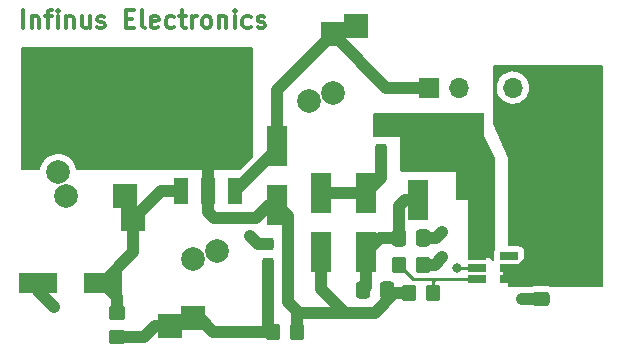
<source format=gtl>
%TF.GenerationSoftware,KiCad,Pcbnew,(6.0.1)*%
%TF.CreationDate,2022-02-22T15:36:59+00:00*%
%TF.ProjectId,Phantom Power Supply,5068616e-746f-46d2-9050-6f7765722053,rev?*%
%TF.SameCoordinates,Original*%
%TF.FileFunction,Copper,L1,Top*%
%TF.FilePolarity,Positive*%
%FSLAX46Y46*%
G04 Gerber Fmt 4.6, Leading zero omitted, Abs format (unit mm)*
G04 Created by KiCad (PCBNEW (6.0.1)) date 2022-02-22 15:36:59*
%MOMM*%
%LPD*%
G01*
G04 APERTURE LIST*
G04 Aperture macros list*
%AMRoundRect*
0 Rectangle with rounded corners*
0 $1 Rounding radius*
0 $2 $3 $4 $5 $6 $7 $8 $9 X,Y pos of 4 corners*
0 Add a 4 corners polygon primitive as box body*
4,1,4,$2,$3,$4,$5,$6,$7,$8,$9,$2,$3,0*
0 Add four circle primitives for the rounded corners*
1,1,$1+$1,$2,$3*
1,1,$1+$1,$4,$5*
1,1,$1+$1,$6,$7*
1,1,$1+$1,$8,$9*
0 Add four rect primitives between the rounded corners*
20,1,$1+$1,$2,$3,$4,$5,0*
20,1,$1+$1,$4,$5,$6,$7,0*
20,1,$1+$1,$6,$7,$8,$9,0*
20,1,$1+$1,$8,$9,$2,$3,0*%
G04 Aperture macros list end*
%ADD10C,0.300000*%
%TA.AperFunction,NonConductor*%
%ADD11C,0.300000*%
%TD*%
%TA.AperFunction,ComponentPad*%
%ADD12O,1.700000X1.700000*%
%TD*%
%TA.AperFunction,ComponentPad*%
%ADD13R,1.700000X1.700000*%
%TD*%
%TA.AperFunction,SMDPad,CuDef*%
%ADD14R,1.560000X0.650000*%
%TD*%
%TA.AperFunction,SMDPad,CuDef*%
%ADD15RoundRect,0.250000X0.450000X-0.350000X0.450000X0.350000X-0.450000X0.350000X-0.450000X-0.350000X0*%
%TD*%
%TA.AperFunction,SMDPad,CuDef*%
%ADD16RoundRect,0.250000X0.350000X0.450000X-0.350000X0.450000X-0.350000X-0.450000X0.350000X-0.450000X0*%
%TD*%
%TA.AperFunction,SMDPad,CuDef*%
%ADD17RoundRect,0.250000X-0.350000X-0.450000X0.350000X-0.450000X0.350000X0.450000X-0.350000X0.450000X0*%
%TD*%
%TA.AperFunction,SMDPad,CuDef*%
%ADD18R,5.800000X6.400000*%
%TD*%
%TA.AperFunction,SMDPad,CuDef*%
%ADD19R,1.200000X2.200000*%
%TD*%
%TA.AperFunction,SMDPad,CuDef*%
%ADD20R,2.700000X3.600000*%
%TD*%
%TA.AperFunction,SMDPad,CuDef*%
%ADD21R,3.300000X1.700000*%
%TD*%
%TA.AperFunction,SMDPad,CuDef*%
%ADD22R,1.800000X3.500000*%
%TD*%
%TA.AperFunction,ComponentPad*%
%ADD23R,2.000000X2.000000*%
%TD*%
%TA.AperFunction,ComponentPad*%
%ADD24C,2.000000*%
%TD*%
%TA.AperFunction,SMDPad,CuDef*%
%ADD25RoundRect,0.237500X0.237500X-0.300000X0.237500X0.300000X-0.237500X0.300000X-0.237500X-0.300000X0*%
%TD*%
%TA.AperFunction,SMDPad,CuDef*%
%ADD26RoundRect,0.250000X-0.337500X-0.475000X0.337500X-0.475000X0.337500X0.475000X-0.337500X0.475000X0*%
%TD*%
%TA.AperFunction,SMDPad,CuDef*%
%ADD27RoundRect,0.250000X0.337500X0.475000X-0.337500X0.475000X-0.337500X-0.475000X0.337500X-0.475000X0*%
%TD*%
%TA.AperFunction,SMDPad,CuDef*%
%ADD28RoundRect,0.237500X-0.237500X0.300000X-0.237500X-0.300000X0.237500X-0.300000X0.237500X0.300000X0*%
%TD*%
%TA.AperFunction,SMDPad,CuDef*%
%ADD29RoundRect,0.250000X-0.475000X0.337500X-0.475000X-0.337500X0.475000X-0.337500X0.475000X0.337500X0*%
%TD*%
%TA.AperFunction,ViaPad*%
%ADD30C,0.800000*%
%TD*%
%TA.AperFunction,Conductor*%
%ADD31C,1.000000*%
%TD*%
%TA.AperFunction,Conductor*%
%ADD32C,0.250000*%
%TD*%
G04 APERTURE END LIST*
D10*
D11*
X50999714Y-46398571D02*
X50999714Y-44898571D01*
X51714000Y-45398571D02*
X51714000Y-46398571D01*
X51714000Y-45541428D02*
X51785428Y-45470000D01*
X51928285Y-45398571D01*
X52142571Y-45398571D01*
X52285428Y-45470000D01*
X52356857Y-45612857D01*
X52356857Y-46398571D01*
X52856857Y-45398571D02*
X53428285Y-45398571D01*
X53071142Y-46398571D02*
X53071142Y-45112857D01*
X53142571Y-44970000D01*
X53285428Y-44898571D01*
X53428285Y-44898571D01*
X53928285Y-46398571D02*
X53928285Y-45398571D01*
X53928285Y-44898571D02*
X53856857Y-44970000D01*
X53928285Y-45041428D01*
X53999714Y-44970000D01*
X53928285Y-44898571D01*
X53928285Y-45041428D01*
X54642571Y-45398571D02*
X54642571Y-46398571D01*
X54642571Y-45541428D02*
X54714000Y-45470000D01*
X54856857Y-45398571D01*
X55071142Y-45398571D01*
X55214000Y-45470000D01*
X55285428Y-45612857D01*
X55285428Y-46398571D01*
X56642571Y-45398571D02*
X56642571Y-46398571D01*
X55999714Y-45398571D02*
X55999714Y-46184285D01*
X56071142Y-46327142D01*
X56214000Y-46398571D01*
X56428285Y-46398571D01*
X56571142Y-46327142D01*
X56642571Y-46255714D01*
X57285428Y-46327142D02*
X57428285Y-46398571D01*
X57714000Y-46398571D01*
X57856857Y-46327142D01*
X57928285Y-46184285D01*
X57928285Y-46112857D01*
X57856857Y-45970000D01*
X57714000Y-45898571D01*
X57499714Y-45898571D01*
X57356857Y-45827142D01*
X57285428Y-45684285D01*
X57285428Y-45612857D01*
X57356857Y-45470000D01*
X57499714Y-45398571D01*
X57714000Y-45398571D01*
X57856857Y-45470000D01*
X59713999Y-45612857D02*
X60213999Y-45612857D01*
X60428285Y-46398571D02*
X59713999Y-46398571D01*
X59713999Y-44898571D01*
X60428285Y-44898571D01*
X61285428Y-46398571D02*
X61142571Y-46327142D01*
X61071142Y-46184285D01*
X61071142Y-44898571D01*
X62428285Y-46327142D02*
X62285428Y-46398571D01*
X61999714Y-46398571D01*
X61856857Y-46327142D01*
X61785428Y-46184285D01*
X61785428Y-45612857D01*
X61856857Y-45470000D01*
X61999714Y-45398571D01*
X62285428Y-45398571D01*
X62428285Y-45470000D01*
X62499714Y-45612857D01*
X62499714Y-45755714D01*
X61785428Y-45898571D01*
X63785428Y-46327142D02*
X63642571Y-46398571D01*
X63356857Y-46398571D01*
X63213999Y-46327142D01*
X63142571Y-46255714D01*
X63071142Y-46112857D01*
X63071142Y-45684285D01*
X63142571Y-45541428D01*
X63213999Y-45470000D01*
X63356857Y-45398571D01*
X63642571Y-45398571D01*
X63785428Y-45470000D01*
X64213999Y-45398571D02*
X64785428Y-45398571D01*
X64428285Y-44898571D02*
X64428285Y-46184285D01*
X64499714Y-46327142D01*
X64642571Y-46398571D01*
X64785428Y-46398571D01*
X65285428Y-46398571D02*
X65285428Y-45398571D01*
X65285428Y-45684285D02*
X65356857Y-45541428D01*
X65428285Y-45470000D01*
X65571142Y-45398571D01*
X65713999Y-45398571D01*
X66428285Y-46398571D02*
X66285428Y-46327142D01*
X66213999Y-46255714D01*
X66142571Y-46112857D01*
X66142571Y-45684285D01*
X66213999Y-45541428D01*
X66285428Y-45470000D01*
X66428285Y-45398571D01*
X66642571Y-45398571D01*
X66785428Y-45470000D01*
X66856857Y-45541428D01*
X66928285Y-45684285D01*
X66928285Y-46112857D01*
X66856857Y-46255714D01*
X66785428Y-46327142D01*
X66642571Y-46398571D01*
X66428285Y-46398571D01*
X67571142Y-45398571D02*
X67571142Y-46398571D01*
X67571142Y-45541428D02*
X67642571Y-45470000D01*
X67785428Y-45398571D01*
X67999714Y-45398571D01*
X68142571Y-45470000D01*
X68214000Y-45612857D01*
X68214000Y-46398571D01*
X68928285Y-46398571D02*
X68928285Y-45398571D01*
X68928285Y-44898571D02*
X68856857Y-44970000D01*
X68928285Y-45041428D01*
X68999714Y-44970000D01*
X68928285Y-44898571D01*
X68928285Y-45041428D01*
X70285428Y-46327142D02*
X70142571Y-46398571D01*
X69856857Y-46398571D01*
X69714000Y-46327142D01*
X69642571Y-46255714D01*
X69571142Y-46112857D01*
X69571142Y-45684285D01*
X69642571Y-45541428D01*
X69714000Y-45470000D01*
X69856857Y-45398571D01*
X70142571Y-45398571D01*
X70285428Y-45470000D01*
X70856857Y-46327142D02*
X70999714Y-46398571D01*
X71285428Y-46398571D01*
X71428285Y-46327142D01*
X71499714Y-46184285D01*
X71499714Y-46112857D01*
X71428285Y-45970000D01*
X71285428Y-45898571D01*
X71071142Y-45898571D01*
X70928285Y-45827142D01*
X70856857Y-45684285D01*
X70856857Y-45612857D01*
X70928285Y-45470000D01*
X71071142Y-45398571D01*
X71285428Y-45398571D01*
X71428285Y-45470000D01*
D12*
%TO.P,J2 OUT,2,Pin_2*%
%TO.N,GND*%
X87879000Y-51435000D03*
D13*
%TO.P,J2 OUT,1,Pin_1*%
%TO.N,+48V*%
X85339000Y-51435000D03*
%TD*%
%TO.P,J1 IN,1,Pin_1*%
%TO.N,VDD*%
X95001000Y-51435000D03*
D12*
%TO.P,J1 IN,2,Pin_2*%
%TO.N,GND*%
X92461000Y-51435000D03*
%TD*%
D14*
%TO.P,U1,1,SW*%
%TO.N,Net-(C2-Pad1)*%
X89455000Y-65725000D03*
%TO.P,U1,2,GND*%
%TO.N,GND*%
X89455000Y-66675000D03*
%TO.P,U1,3,FB*%
%TO.N,Net-(R1-Pad2)*%
X89455000Y-67625000D03*
%TO.P,U1,4,EN*%
%TO.N,VDD*%
X92155000Y-67625000D03*
%TO.P,U1,5,VIN*%
X92155000Y-66675000D03*
%TO.P,U1,6,NC*%
%TO.N,unconnected-(U1-Pad6)*%
X92155000Y-65725000D03*
%TD*%
D15*
%TO.P,R4,1*%
%TO.N,Net-(C5-Pad1)*%
X58928000Y-72517000D03*
%TO.P,R4,2*%
%TO.N,Net-(C7-Pad1)*%
X58928000Y-70517000D03*
%TD*%
D16*
%TO.P,R3,2*%
%TO.N,Net-(C5-Pad1)*%
X72152000Y-72113323D03*
%TO.P,R3,1*%
%TO.N,Net-(C4-Pad2)*%
X74152000Y-72113323D03*
%TD*%
D17*
%TO.P,R2,1*%
%TO.N,Net-(R1-Pad2)*%
X82820000Y-66421000D03*
%TO.P,R2,2*%
%TO.N,GND*%
X84820000Y-66421000D03*
%TD*%
%TO.P,R1,1*%
%TO.N,Net-(C4-Pad2)*%
X83693000Y-68834000D03*
%TO.P,R1,2*%
%TO.N,Net-(R1-Pad2)*%
X85693000Y-68834000D03*
%TD*%
D18*
%TO.P,Q1,4,C*%
%TO.N,Net-(C4-Pad2)*%
X66675000Y-53907000D03*
D19*
%TO.P,Q1,3,E*%
%TO.N,+48V*%
X68955000Y-60207000D03*
%TO.P,Q1,2,C*%
%TO.N,Net-(C4-Pad2)*%
X66675000Y-60207000D03*
%TO.P,Q1,1,B*%
%TO.N,Net-(C7-Pad1)*%
X64395000Y-60207000D03*
%TD*%
D20*
%TO.P,L1,1,1*%
%TO.N,VDD*%
X97495000Y-59055000D03*
%TO.P,L1,2,2*%
%TO.N,Net-(C2-Pad1)*%
X89195000Y-59055000D03*
%TD*%
D21*
%TO.P,D5,1,K*%
%TO.N,Net-(C7-Pad1)*%
X57741000Y-67945000D03*
%TO.P,D5,2,A*%
%TO.N,GND*%
X52241000Y-67945000D03*
%TD*%
D22*
%TO.P,D4,2,A*%
%TO.N,+48V*%
X72517000Y-56405323D03*
%TO.P,D4,1,K*%
%TO.N,Net-(C4-Pad2)*%
X72517000Y-61405323D03*
%TD*%
%TO.P,D3,1,K*%
%TO.N,Net-(C4-Pad2)*%
X76200000Y-65365000D03*
%TO.P,D3,2,A*%
%TO.N,Net-(C2-Pad2)*%
X76200000Y-60365000D03*
%TD*%
%TO.P,D2,1,K*%
%TO.N,Net-(C2-Pad2)*%
X80010000Y-60365000D03*
%TO.P,D2,2,A*%
%TO.N,Net-(C3-Pad2)*%
X80010000Y-65365000D03*
%TD*%
%TO.P,D1,1,K*%
%TO.N,Net-(C3-Pad2)*%
X84455000Y-60920000D03*
%TO.P,D1,2,A*%
%TO.N,Net-(C2-Pad1)*%
X84455000Y-55920000D03*
%TD*%
D23*
%TO.P,C8,1*%
%TO.N,+48V*%
X77216000Y-46920323D03*
X79216000Y-46248179D03*
D24*
%TO.P,C8,2*%
%TO.N,GND*%
X77216000Y-51920323D03*
X75216000Y-52592467D03*
%TD*%
%TO.P,C7,2*%
%TO.N,GND*%
X53960533Y-58579000D03*
X54632677Y-60579000D03*
D23*
%TO.P,C7,1*%
%TO.N,Net-(C7-Pad1)*%
X60304821Y-62579000D03*
X59632677Y-60579000D03*
%TD*%
%TO.P,C6,1*%
%TO.N,Net-(C5-Pad1)*%
X65405000Y-70913000D03*
X63405000Y-71585144D03*
D24*
%TO.P,C6,2*%
%TO.N,GND*%
X65405000Y-65913000D03*
X67405000Y-65240856D03*
%TD*%
D25*
%TO.P,C5,1*%
%TO.N,Net-(C5-Pad1)*%
X71755000Y-66371823D03*
%TO.P,C5,2*%
%TO.N,GND*%
X71755000Y-64646823D03*
%TD*%
D26*
%TO.P,C4,1*%
%TO.N,Net-(C3-Pad2)*%
X79734500Y-68580000D03*
%TO.P,C4,2*%
%TO.N,Net-(C4-Pad2)*%
X81809500Y-68580000D03*
%TD*%
D27*
%TO.P,C3,1*%
%TO.N,GND*%
X84857500Y-64135000D03*
%TO.P,C3,2*%
%TO.N,Net-(C3-Pad2)*%
X82782500Y-64135000D03*
%TD*%
D28*
%TO.P,C2,1*%
%TO.N,Net-(C2-Pad1)*%
X81280000Y-55017500D03*
%TO.P,C2,2*%
%TO.N,Net-(C2-Pad2)*%
X81280000Y-56742500D03*
%TD*%
D29*
%TO.P,C1,1*%
%TO.N,VDD*%
X94869000Y-67288500D03*
%TO.P,C1,2*%
%TO.N,GND*%
X94869000Y-69363500D03*
%TD*%
D30*
%TO.N,GND*%
X53594000Y-69977000D03*
X70231000Y-63985323D03*
X93218000Y-69342000D03*
X87757000Y-66675000D03*
X86487000Y-65786000D03*
X86487000Y-63627000D03*
%TD*%
D31*
%TO.N,Net-(C4-Pad2)*%
X80772000Y-70485000D02*
X82423000Y-68834000D01*
X82423000Y-68834000D02*
X82063500Y-68834000D01*
X78232000Y-70485000D02*
X80772000Y-70485000D01*
X83693000Y-68834000D02*
X82423000Y-68834000D01*
X82063500Y-68834000D02*
X81809500Y-68580000D01*
D32*
%TO.N,Net-(R1-Pad2)*%
X85693000Y-67850000D02*
X85918000Y-67625000D01*
X85918000Y-67625000D02*
X89455000Y-67625000D01*
X85693000Y-68834000D02*
X85693000Y-67850000D01*
X84008000Y-67625000D02*
X85918000Y-67625000D01*
X82820000Y-66437000D02*
X84008000Y-67625000D01*
X82820000Y-66421000D02*
X82820000Y-66437000D01*
D31*
%TO.N,+48V*%
X72517000Y-56645000D02*
X68955000Y-60207000D01*
X72517000Y-56405323D02*
X72517000Y-56645000D01*
X72517000Y-51619323D02*
X77216000Y-46920323D01*
X72517000Y-56405323D02*
X72517000Y-51619323D01*
X81730677Y-51435000D02*
X77216000Y-46920323D01*
X85339000Y-51435000D02*
X81730677Y-51435000D01*
%TO.N,VDD*%
X95001000Y-56647000D02*
X95001000Y-51435000D01*
X97409000Y-59055000D02*
X95001000Y-56647000D01*
X97495000Y-59055000D02*
X97409000Y-59055000D01*
%TO.N,Net-(C4-Pad2)*%
X66675000Y-60207000D02*
X66675000Y-53907000D01*
%TO.N,GND*%
X52241000Y-68624000D02*
X53594000Y-69977000D01*
X52241000Y-67945000D02*
X52241000Y-68624000D01*
%TO.N,Net-(C7-Pad1)*%
X62676821Y-60207000D02*
X60304821Y-62579000D01*
X64395000Y-60207000D02*
X62676821Y-60207000D01*
X60304821Y-62579000D02*
X60304821Y-65381179D01*
X60304821Y-65381179D02*
X57741000Y-67945000D01*
X58928000Y-69132000D02*
X57741000Y-67945000D01*
X58928000Y-70517000D02*
X58928000Y-69132000D01*
%TO.N,Net-(C5-Pad1)*%
X61214000Y-72517000D02*
X58928000Y-72517000D01*
X62145856Y-71585144D02*
X61214000Y-72517000D01*
X63405000Y-71585144D02*
X62145856Y-71585144D01*
%TO.N,Net-(C4-Pad2)*%
X66675000Y-61976000D02*
X66675000Y-60207000D01*
X70739000Y-62484000D02*
X67183000Y-62484000D01*
X71817677Y-61405323D02*
X70739000Y-62484000D01*
X72517000Y-61405323D02*
X71817677Y-61405323D01*
X67183000Y-62484000D02*
X66675000Y-61976000D01*
%TO.N,Net-(C2-Pad2)*%
X76200000Y-60365000D02*
X80010000Y-60365000D01*
%TO.N,Net-(C4-Pad2)*%
X76200000Y-68453000D02*
X78232000Y-70485000D01*
X76200000Y-65365000D02*
X76200000Y-68453000D01*
X78232000Y-70485000D02*
X74317677Y-70485000D01*
X74317677Y-70485000D02*
X74295000Y-70462323D01*
%TO.N,GND*%
X70892500Y-64646823D02*
X70231000Y-63985323D01*
X71755000Y-64646823D02*
X70892500Y-64646823D01*
%TO.N,Net-(C5-Pad1)*%
X71755000Y-71716323D02*
X72152000Y-72113323D01*
X71755000Y-66371823D02*
X71755000Y-71716323D01*
X67113323Y-72113323D02*
X66040000Y-71040000D01*
X72152000Y-72113323D02*
X67113323Y-72113323D01*
%TO.N,Net-(C4-Pad2)*%
X74152000Y-72113323D02*
X74152000Y-70605323D01*
X74152000Y-70605323D02*
X74295000Y-70462323D01*
X73406000Y-62294323D02*
X72517000Y-61405323D01*
X73406000Y-69573323D02*
X73406000Y-62294323D01*
X74295000Y-70462323D02*
X73406000Y-69573323D01*
%TO.N,GND*%
X93239500Y-69363500D02*
X93218000Y-69342000D01*
X94869000Y-69363500D02*
X93239500Y-69363500D01*
D32*
X88138000Y-66675000D02*
X87757000Y-66675000D01*
X89455000Y-66675000D02*
X88138000Y-66675000D01*
D31*
X85852000Y-66421000D02*
X86487000Y-65786000D01*
X84820000Y-66421000D02*
X85852000Y-66421000D01*
X85979000Y-64135000D02*
X86487000Y-63627000D01*
X84857500Y-64135000D02*
X85979000Y-64135000D01*
%TO.N,Net-(C3-Pad2)*%
X80010000Y-65365000D02*
X80010000Y-68304500D01*
X80010000Y-68304500D02*
X79734500Y-68580000D01*
X81240000Y-64135000D02*
X80010000Y-65365000D01*
X82782500Y-64135000D02*
X81240000Y-64135000D01*
X82782500Y-61489500D02*
X82782500Y-64135000D01*
X83352000Y-60920000D02*
X82782500Y-61489500D01*
X84455000Y-60920000D02*
X83352000Y-60920000D01*
%TO.N,Net-(C2-Pad2)*%
X81280000Y-59095000D02*
X80010000Y-60365000D01*
X81280000Y-56742500D02*
X81280000Y-59095000D01*
%TO.N,Net-(C2-Pad1)*%
X83552500Y-55017500D02*
X84455000Y-55920000D01*
X81280000Y-55017500D02*
X83552500Y-55017500D01*
X86060000Y-55920000D02*
X89195000Y-59055000D01*
X84455000Y-55920000D02*
X86060000Y-55920000D01*
X89195000Y-65065000D02*
X89535000Y-65405000D01*
X89195000Y-59055000D02*
X89195000Y-65065000D01*
%TO.N,VDD*%
X92434500Y-67288500D02*
X92202000Y-67056000D01*
X94869000Y-67288500D02*
X92434500Y-67288500D01*
X97495000Y-62525000D02*
X92964000Y-67056000D01*
X97495000Y-59055000D02*
X97495000Y-62525000D01*
X92964000Y-67056000D02*
X92202000Y-67056000D01*
X92155000Y-67103000D02*
X92202000Y-67056000D01*
%TD*%
%TA.AperFunction,Conductor*%
%TO.N,VDD*%
G36*
X100018121Y-49550002D02*
G01*
X100064614Y-49603658D01*
X100076000Y-49656000D01*
X100076000Y-68200000D01*
X100055998Y-68268121D01*
X100002342Y-68314614D01*
X99950000Y-68326000D01*
X95663315Y-68326000D01*
X95623649Y-68319593D01*
X95498861Y-68278203D01*
X95492025Y-68277503D01*
X95492022Y-68277502D01*
X95448969Y-68273091D01*
X95394400Y-68267500D01*
X94343600Y-68267500D01*
X94340354Y-68267837D01*
X94340350Y-68267837D01*
X94244692Y-68277762D01*
X94244688Y-68277763D01*
X94237834Y-68278474D01*
X94231298Y-68280655D01*
X94231296Y-68280655D01*
X94114793Y-68319524D01*
X94074917Y-68326000D01*
X92201000Y-68326000D01*
X92132879Y-68305998D01*
X92086386Y-68252342D01*
X92075000Y-68200000D01*
X92075000Y-66684500D01*
X92095002Y-66616379D01*
X92148658Y-66569886D01*
X92201000Y-66558500D01*
X92983134Y-66558500D01*
X93045316Y-66551745D01*
X93181705Y-66500615D01*
X93298261Y-66413261D01*
X93385615Y-66296705D01*
X93436745Y-66160316D01*
X93443500Y-66098134D01*
X93443500Y-65351866D01*
X93436745Y-65289684D01*
X93385615Y-65153295D01*
X93298261Y-65036739D01*
X93181705Y-64949385D01*
X93045316Y-64898255D01*
X92983134Y-64891500D01*
X92201000Y-64891500D01*
X92132879Y-64871498D01*
X92086386Y-64817842D01*
X92075000Y-64765500D01*
X92075000Y-57404000D01*
X90815449Y-54507032D01*
X90805000Y-54456794D01*
X90805000Y-51401695D01*
X91098251Y-51401695D01*
X91098548Y-51406848D01*
X91098548Y-51406851D01*
X91104011Y-51501590D01*
X91111110Y-51624715D01*
X91112247Y-51629761D01*
X91112248Y-51629767D01*
X91132119Y-51717939D01*
X91160222Y-51842639D01*
X91244266Y-52049616D01*
X91360987Y-52240088D01*
X91507250Y-52408938D01*
X91679126Y-52551632D01*
X91872000Y-52664338D01*
X92080692Y-52744030D01*
X92085760Y-52745061D01*
X92085763Y-52745062D01*
X92193017Y-52766883D01*
X92299597Y-52788567D01*
X92304772Y-52788757D01*
X92304774Y-52788757D01*
X92517673Y-52796564D01*
X92517677Y-52796564D01*
X92522837Y-52796753D01*
X92527957Y-52796097D01*
X92527959Y-52796097D01*
X92739288Y-52769025D01*
X92739289Y-52769025D01*
X92744416Y-52768368D01*
X92749366Y-52766883D01*
X92953429Y-52705661D01*
X92953434Y-52705659D01*
X92958384Y-52704174D01*
X93158994Y-52605896D01*
X93340860Y-52476173D01*
X93499096Y-52318489D01*
X93558594Y-52235689D01*
X93626435Y-52141277D01*
X93629453Y-52137077D01*
X93728430Y-51936811D01*
X93793370Y-51723069D01*
X93822529Y-51501590D01*
X93824156Y-51435000D01*
X93805852Y-51212361D01*
X93751431Y-50995702D01*
X93662354Y-50790840D01*
X93541014Y-50603277D01*
X93390670Y-50438051D01*
X93386619Y-50434852D01*
X93386615Y-50434848D01*
X93219414Y-50302800D01*
X93219410Y-50302798D01*
X93215359Y-50299598D01*
X93019789Y-50191638D01*
X93014920Y-50189914D01*
X93014916Y-50189912D01*
X92814087Y-50118795D01*
X92814083Y-50118794D01*
X92809212Y-50117069D01*
X92804119Y-50116162D01*
X92804116Y-50116161D01*
X92594373Y-50078800D01*
X92594367Y-50078799D01*
X92589284Y-50077894D01*
X92515452Y-50076992D01*
X92371081Y-50075228D01*
X92371079Y-50075228D01*
X92365911Y-50075165D01*
X92145091Y-50108955D01*
X91932756Y-50178357D01*
X91734607Y-50281507D01*
X91730474Y-50284610D01*
X91730471Y-50284612D01*
X91706247Y-50302800D01*
X91555965Y-50415635D01*
X91401629Y-50577138D01*
X91275743Y-50761680D01*
X91181688Y-50964305D01*
X91121989Y-51179570D01*
X91098251Y-51401695D01*
X90805000Y-51401695D01*
X90805000Y-49656000D01*
X90825002Y-49587879D01*
X90878658Y-49541386D01*
X90931000Y-49530000D01*
X99950000Y-49530000D01*
X100018121Y-49550002D01*
G37*
%TD.AperFunction*%
%TD*%
%TA.AperFunction,Conductor*%
%TO.N,Net-(C2-Pad1)*%
G36*
X89985121Y-53614002D02*
G01*
X90031614Y-53667658D01*
X90043000Y-53720000D01*
X90043000Y-55499000D01*
X90920179Y-57378669D01*
X90932000Y-57431953D01*
X90932000Y-65110140D01*
X90923982Y-65154370D01*
X90873255Y-65289684D01*
X90866500Y-65351866D01*
X90866500Y-65966431D01*
X90846498Y-66034552D01*
X90792842Y-66081045D01*
X90722568Y-66091149D01*
X90657988Y-66061655D01*
X90639674Y-66041996D01*
X90603643Y-65993920D01*
X90603642Y-65993919D01*
X90598261Y-65986739D01*
X90481705Y-65899385D01*
X90345316Y-65848255D01*
X90283134Y-65841500D01*
X88772000Y-65841500D01*
X88703879Y-65821498D01*
X88657386Y-65767842D01*
X88646000Y-65715500D01*
X88646000Y-60960000D01*
X87756000Y-60960000D01*
X87687879Y-60939998D01*
X87641386Y-60886342D01*
X87630000Y-60834000D01*
X87630000Y-58547000D01*
X83057000Y-58547000D01*
X82988879Y-58526998D01*
X82942386Y-58473342D01*
X82931000Y-58421000D01*
X82931000Y-55626000D01*
X80771000Y-55626000D01*
X80702879Y-55605998D01*
X80656386Y-55552342D01*
X80645000Y-55500000D01*
X80645000Y-53720000D01*
X80665002Y-53651879D01*
X80718658Y-53605386D01*
X80771000Y-53594000D01*
X89917000Y-53594000D01*
X89985121Y-53614002D01*
G37*
%TD.AperFunction*%
%TD*%
%TA.AperFunction,Conductor*%
%TO.N,Net-(C4-Pad2)*%
G36*
X70427121Y-48055502D02*
G01*
X70473614Y-48109158D01*
X70485000Y-48161500D01*
X70485000Y-57198576D01*
X70464998Y-57266697D01*
X70448095Y-57287671D01*
X69352671Y-58383095D01*
X69290359Y-58417121D01*
X69263576Y-58420000D01*
X55573056Y-58420000D01*
X55504935Y-58399998D01*
X55458442Y-58346342D01*
X55450537Y-58323414D01*
X55400793Y-58116218D01*
X55399638Y-58111406D01*
X55308773Y-57892037D01*
X55306187Y-57887817D01*
X55187292Y-57693798D01*
X55187288Y-57693792D01*
X55184709Y-57689584D01*
X55030502Y-57509031D01*
X54849949Y-57354824D01*
X54845741Y-57352245D01*
X54845735Y-57352241D01*
X54651716Y-57233346D01*
X54647496Y-57230760D01*
X54642926Y-57228867D01*
X54642922Y-57228865D01*
X54432700Y-57141789D01*
X54432698Y-57141788D01*
X54428127Y-57139895D01*
X54347924Y-57120640D01*
X54202057Y-57085620D01*
X54202051Y-57085619D01*
X54197244Y-57084465D01*
X53960533Y-57065835D01*
X53723822Y-57084465D01*
X53719015Y-57085619D01*
X53719009Y-57085620D01*
X53573142Y-57120640D01*
X53492939Y-57139895D01*
X53488368Y-57141788D01*
X53488366Y-57141789D01*
X53278144Y-57228865D01*
X53278140Y-57228867D01*
X53273570Y-57230760D01*
X53269350Y-57233346D01*
X53075331Y-57352241D01*
X53075325Y-57352245D01*
X53071117Y-57354824D01*
X52890564Y-57509031D01*
X52736357Y-57689584D01*
X52733778Y-57693792D01*
X52733774Y-57693798D01*
X52614879Y-57887817D01*
X52612293Y-57892037D01*
X52521428Y-58111406D01*
X52520273Y-58116218D01*
X52470529Y-58323414D01*
X52435177Y-58384983D01*
X52372150Y-58417666D01*
X52348010Y-58420000D01*
X50926000Y-58420000D01*
X50857879Y-58399998D01*
X50811386Y-58346342D01*
X50800000Y-58294000D01*
X50800000Y-48161500D01*
X50820002Y-48093379D01*
X50873658Y-48046886D01*
X50926000Y-48035500D01*
X70359000Y-48035500D01*
X70427121Y-48055502D01*
G37*
%TD.AperFunction*%
%TD*%
M02*

</source>
